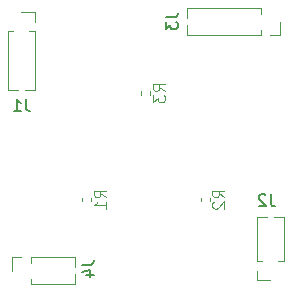
<source format=gbo>
%TF.GenerationSoftware,KiCad,Pcbnew,9.0.5-1.fc42*%
%TF.CreationDate,2025-12-03T03:37:20+01:00*%
%TF.ProjectId,Block-Switch-3,426c6f63-6b2d-4537-9769-7463682d332e,1*%
%TF.SameCoordinates,Original*%
%TF.FileFunction,Legend,Bot*%
%TF.FilePolarity,Positive*%
%FSLAX46Y46*%
G04 Gerber Fmt 4.6, Leading zero omitted, Abs format (unit mm)*
G04 Created by KiCad (PCBNEW 9.0.5-1.fc42) date 2025-12-03 03:37:20*
%MOMM*%
%LPD*%
G01*
G04 APERTURE LIST*
%ADD10C,0.125000*%
%ADD11C,0.150000*%
%ADD12C,0.120000*%
G04 APERTURE END LIST*
D10*
X140691119Y-108991523D02*
X140214928Y-108658190D01*
X140691119Y-108420095D02*
X139691119Y-108420095D01*
X139691119Y-108420095D02*
X139691119Y-108801047D01*
X139691119Y-108801047D02*
X139738738Y-108896285D01*
X139738738Y-108896285D02*
X139786357Y-108943904D01*
X139786357Y-108943904D02*
X139881595Y-108991523D01*
X139881595Y-108991523D02*
X140024452Y-108991523D01*
X140024452Y-108991523D02*
X140119690Y-108943904D01*
X140119690Y-108943904D02*
X140167309Y-108896285D01*
X140167309Y-108896285D02*
X140214928Y-108801047D01*
X140214928Y-108801047D02*
X140214928Y-108420095D01*
X139691119Y-109324857D02*
X139691119Y-109943904D01*
X139691119Y-109943904D02*
X140072071Y-109610571D01*
X140072071Y-109610571D02*
X140072071Y-109753428D01*
X140072071Y-109753428D02*
X140119690Y-109848666D01*
X140119690Y-109848666D02*
X140167309Y-109896285D01*
X140167309Y-109896285D02*
X140262547Y-109943904D01*
X140262547Y-109943904D02*
X140500642Y-109943904D01*
X140500642Y-109943904D02*
X140595880Y-109896285D01*
X140595880Y-109896285D02*
X140643500Y-109848666D01*
X140643500Y-109848666D02*
X140691119Y-109753428D01*
X140691119Y-109753428D02*
X140691119Y-109467714D01*
X140691119Y-109467714D02*
X140643500Y-109372476D01*
X140643500Y-109372476D02*
X140595880Y-109324857D01*
D11*
X133675419Y-123693866D02*
X134389704Y-123693866D01*
X134389704Y-123693866D02*
X134532561Y-123646247D01*
X134532561Y-123646247D02*
X134627800Y-123551009D01*
X134627800Y-123551009D02*
X134675419Y-123408152D01*
X134675419Y-123408152D02*
X134675419Y-123312914D01*
X134008752Y-124598628D02*
X134675419Y-124598628D01*
X133627800Y-124360533D02*
X134342085Y-124122438D01*
X134342085Y-124122438D02*
X134342085Y-124741485D01*
D10*
X145707419Y-118005143D02*
X145231228Y-117671810D01*
X145707419Y-117433715D02*
X144707419Y-117433715D01*
X144707419Y-117433715D02*
X144707419Y-117814667D01*
X144707419Y-117814667D02*
X144755038Y-117909905D01*
X144755038Y-117909905D02*
X144802657Y-117957524D01*
X144802657Y-117957524D02*
X144897895Y-118005143D01*
X144897895Y-118005143D02*
X145040752Y-118005143D01*
X145040752Y-118005143D02*
X145135990Y-117957524D01*
X145135990Y-117957524D02*
X145183609Y-117909905D01*
X145183609Y-117909905D02*
X145231228Y-117814667D01*
X145231228Y-117814667D02*
X145231228Y-117433715D01*
X144802657Y-118386096D02*
X144755038Y-118433715D01*
X144755038Y-118433715D02*
X144707419Y-118528953D01*
X144707419Y-118528953D02*
X144707419Y-118767048D01*
X144707419Y-118767048D02*
X144755038Y-118862286D01*
X144755038Y-118862286D02*
X144802657Y-118909905D01*
X144802657Y-118909905D02*
X144897895Y-118957524D01*
X144897895Y-118957524D02*
X144993133Y-118957524D01*
X144993133Y-118957524D02*
X145135990Y-118909905D01*
X145135990Y-118909905D02*
X145707419Y-118338477D01*
X145707419Y-118338477D02*
X145707419Y-118957524D01*
X135674819Y-118005143D02*
X135198628Y-117671810D01*
X135674819Y-117433715D02*
X134674819Y-117433715D01*
X134674819Y-117433715D02*
X134674819Y-117814667D01*
X134674819Y-117814667D02*
X134722438Y-117909905D01*
X134722438Y-117909905D02*
X134770057Y-117957524D01*
X134770057Y-117957524D02*
X134865295Y-118005143D01*
X134865295Y-118005143D02*
X135008152Y-118005143D01*
X135008152Y-118005143D02*
X135103390Y-117957524D01*
X135103390Y-117957524D02*
X135151009Y-117909905D01*
X135151009Y-117909905D02*
X135198628Y-117814667D01*
X135198628Y-117814667D02*
X135198628Y-117433715D01*
X135674819Y-118957524D02*
X135674819Y-118386096D01*
X135674819Y-118671810D02*
X134674819Y-118671810D01*
X134674819Y-118671810D02*
X134817676Y-118576572D01*
X134817676Y-118576572D02*
X134912914Y-118481334D01*
X134912914Y-118481334D02*
X134960533Y-118386096D01*
D11*
X149620410Y-117741619D02*
X149620410Y-118455904D01*
X149620410Y-118455904D02*
X149668029Y-118598761D01*
X149668029Y-118598761D02*
X149763267Y-118694000D01*
X149763267Y-118694000D02*
X149906124Y-118741619D01*
X149906124Y-118741619D02*
X150001362Y-118741619D01*
X149191838Y-117836857D02*
X149144219Y-117789238D01*
X149144219Y-117789238D02*
X149048981Y-117741619D01*
X149048981Y-117741619D02*
X148810886Y-117741619D01*
X148810886Y-117741619D02*
X148715648Y-117789238D01*
X148715648Y-117789238D02*
X148668029Y-117836857D01*
X148668029Y-117836857D02*
X148620410Y-117932095D01*
X148620410Y-117932095D02*
X148620410Y-118027333D01*
X148620410Y-118027333D02*
X148668029Y-118170190D01*
X148668029Y-118170190D02*
X149239457Y-118741619D01*
X149239457Y-118741619D02*
X148620410Y-118741619D01*
X128883733Y-109691819D02*
X128883733Y-110406104D01*
X128883733Y-110406104D02*
X128931352Y-110548961D01*
X128931352Y-110548961D02*
X129026590Y-110644200D01*
X129026590Y-110644200D02*
X129169447Y-110691819D01*
X129169447Y-110691819D02*
X129264685Y-110691819D01*
X127883733Y-110691819D02*
X128455161Y-110691819D01*
X128169447Y-110691819D02*
X128169447Y-109691819D01*
X128169447Y-109691819D02*
X128264685Y-109834676D01*
X128264685Y-109834676D02*
X128359923Y-109929914D01*
X128359923Y-109929914D02*
X128455161Y-109977533D01*
X140754019Y-102766266D02*
X141468304Y-102766266D01*
X141468304Y-102766266D02*
X141611161Y-102718647D01*
X141611161Y-102718647D02*
X141706400Y-102623409D01*
X141706400Y-102623409D02*
X141754019Y-102480552D01*
X141754019Y-102480552D02*
X141754019Y-102385314D01*
X140754019Y-103147219D02*
X140754019Y-103766266D01*
X140754019Y-103766266D02*
X141134971Y-103432933D01*
X141134971Y-103432933D02*
X141134971Y-103575790D01*
X141134971Y-103575790D02*
X141182590Y-103671028D01*
X141182590Y-103671028D02*
X141230209Y-103718647D01*
X141230209Y-103718647D02*
X141325447Y-103766266D01*
X141325447Y-103766266D02*
X141563542Y-103766266D01*
X141563542Y-103766266D02*
X141658780Y-103718647D01*
X141658780Y-103718647D02*
X141706400Y-103671028D01*
X141706400Y-103671028D02*
X141754019Y-103575790D01*
X141754019Y-103575790D02*
X141754019Y-103290076D01*
X141754019Y-103290076D02*
X141706400Y-103194838D01*
X141706400Y-103194838D02*
X141658780Y-103147219D01*
D12*
%TO.C,R3*%
X139445000Y-109311831D02*
X139445000Y-109004549D01*
X138685000Y-109311831D02*
X138685000Y-109004549D01*
%TO.C,J4*%
X127715000Y-123045000D02*
X127715000Y-124205000D01*
X128525000Y-123045000D02*
X127715000Y-123045000D01*
X129335000Y-123045000D02*
X129335000Y-123538292D01*
X129335000Y-123045000D02*
X133080000Y-123045000D01*
X129335000Y-124871708D02*
X129335000Y-125365000D01*
X129335000Y-125365000D02*
X133080000Y-125365000D01*
X133080000Y-123045000D02*
X133080000Y-123887077D01*
X133080000Y-124522923D02*
X133080000Y-125365000D01*
%TO.C,R2*%
X144461300Y-118325451D02*
X144461300Y-118018169D01*
X143701300Y-118325451D02*
X143701300Y-118018169D01*
%TO.C,R1*%
X134428700Y-118325451D02*
X134428700Y-118018169D01*
X133668700Y-118325451D02*
X133668700Y-118018169D01*
%TO.C,J2*%
X148445000Y-119650000D02*
X149287077Y-119650000D01*
X148445000Y-123395000D02*
X148445000Y-119650000D01*
X148445000Y-123395000D02*
X148938292Y-123395000D01*
X148445000Y-124205000D02*
X148445000Y-125015000D01*
X148445000Y-125015000D02*
X149605000Y-125015000D01*
X149922923Y-119650000D02*
X150765000Y-119650000D01*
X150271708Y-123395000D02*
X150765000Y-123395000D01*
X150765000Y-123395000D02*
X150765000Y-119650000D01*
%TO.C,J1*%
X127365000Y-103935000D02*
X127365000Y-108950000D01*
X127858292Y-103935000D02*
X127365000Y-103935000D01*
X128207077Y-108950000D02*
X127365000Y-108950000D01*
X129685000Y-102315000D02*
X128525000Y-102315000D01*
X129685000Y-103125000D02*
X129685000Y-102315000D01*
X129685000Y-103935000D02*
X129191708Y-103935000D01*
X129685000Y-103935000D02*
X129685000Y-108950000D01*
X129685000Y-108950000D02*
X128842923Y-108950000D01*
%TO.C,J3*%
X142510000Y-102807077D02*
X142510000Y-101965000D01*
X142510000Y-104285000D02*
X142510000Y-103442923D01*
X148795000Y-101965000D02*
X142510000Y-101965000D01*
X148795000Y-102458292D02*
X148795000Y-101965000D01*
X148795000Y-104285000D02*
X142510000Y-104285000D01*
X148795000Y-104285000D02*
X148795000Y-103791708D01*
X149605000Y-104285000D02*
X150415000Y-104285000D01*
X150415000Y-104285000D02*
X150415000Y-103125000D01*
%TD*%
M02*

</source>
